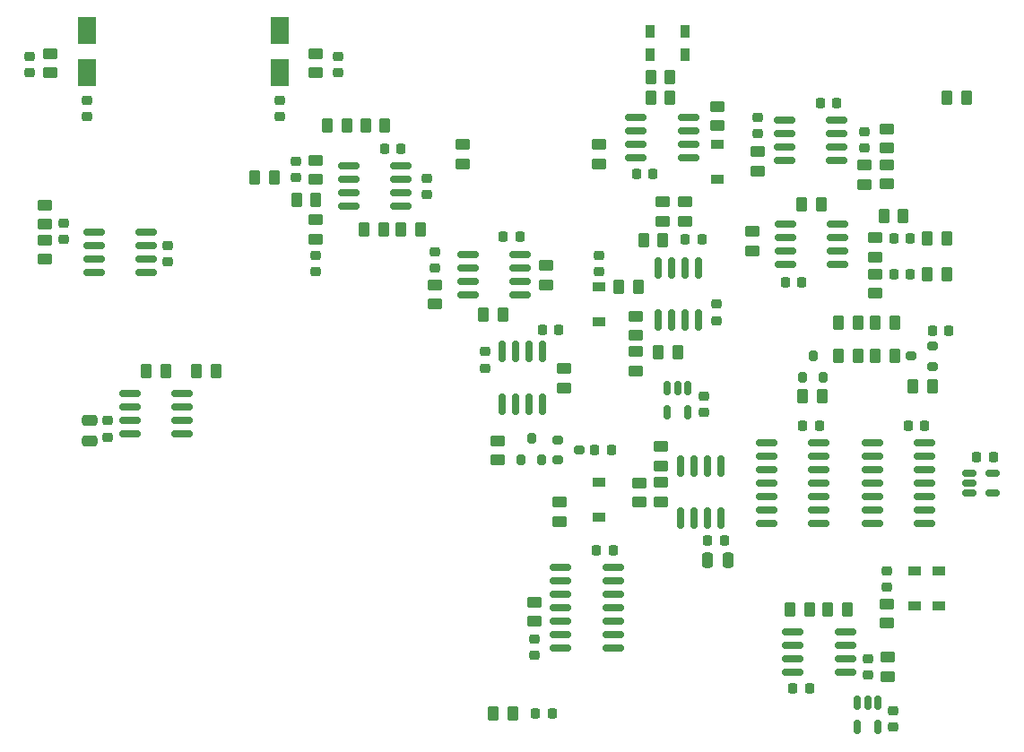
<source format=gtp>
%TF.GenerationSoftware,KiCad,Pcbnew,6.0.8-f2edbf62ab~116~ubuntu20.04.1*%
%TF.CreationDate,2022-10-07T00:48:49-04:00*%
%TF.ProjectId,SSTC_Control_Board,53535443-5f43-46f6-9e74-726f6c5f426f,rev?*%
%TF.SameCoordinates,Original*%
%TF.FileFunction,Paste,Top*%
%TF.FilePolarity,Positive*%
%FSLAX46Y46*%
G04 Gerber Fmt 4.6, Leading zero omitted, Abs format (unit mm)*
G04 Created by KiCad (PCBNEW 6.0.8-f2edbf62ab~116~ubuntu20.04.1) date 2022-10-07 00:48:49*
%MOMM*%
%LPD*%
G01*
G04 APERTURE LIST*
G04 Aperture macros list*
%AMRoundRect*
0 Rectangle with rounded corners*
0 $1 Rounding radius*
0 $2 $3 $4 $5 $6 $7 $8 $9 X,Y pos of 4 corners*
0 Add a 4 corners polygon primitive as box body*
4,1,4,$2,$3,$4,$5,$6,$7,$8,$9,$2,$3,0*
0 Add four circle primitives for the rounded corners*
1,1,$1+$1,$2,$3*
1,1,$1+$1,$4,$5*
1,1,$1+$1,$6,$7*
1,1,$1+$1,$8,$9*
0 Add four rect primitives between the rounded corners*
20,1,$1+$1,$2,$3,$4,$5,0*
20,1,$1+$1,$4,$5,$6,$7,0*
20,1,$1+$1,$6,$7,$8,$9,0*
20,1,$1+$1,$8,$9,$2,$3,0*%
G04 Aperture macros list end*
%ADD10RoundRect,0.250000X0.262500X0.450000X-0.262500X0.450000X-0.262500X-0.450000X0.262500X-0.450000X0*%
%ADD11RoundRect,0.218750X0.218750X0.256250X-0.218750X0.256250X-0.218750X-0.256250X0.218750X-0.256250X0*%
%ADD12R,1.200000X0.900000*%
%ADD13RoundRect,0.150000X-0.825000X-0.150000X0.825000X-0.150000X0.825000X0.150000X-0.825000X0.150000X0*%
%ADD14RoundRect,0.225000X-0.225000X-0.250000X0.225000X-0.250000X0.225000X0.250000X-0.225000X0.250000X0*%
%ADD15RoundRect,0.250000X-0.262500X-0.450000X0.262500X-0.450000X0.262500X0.450000X-0.262500X0.450000X0*%
%ADD16R,0.900000X1.200000*%
%ADD17RoundRect,0.225000X0.250000X-0.225000X0.250000X0.225000X-0.250000X0.225000X-0.250000X-0.225000X0*%
%ADD18RoundRect,0.225000X-0.250000X0.225000X-0.250000X-0.225000X0.250000X-0.225000X0.250000X0.225000X0*%
%ADD19RoundRect,0.150000X0.825000X0.150000X-0.825000X0.150000X-0.825000X-0.150000X0.825000X-0.150000X0*%
%ADD20RoundRect,0.250000X-0.450000X0.262500X-0.450000X-0.262500X0.450000X-0.262500X0.450000X0.262500X0*%
%ADD21RoundRect,0.250000X0.450000X-0.262500X0.450000X0.262500X-0.450000X0.262500X-0.450000X-0.262500X0*%
%ADD22RoundRect,0.250000X0.475000X-0.250000X0.475000X0.250000X-0.475000X0.250000X-0.475000X-0.250000X0*%
%ADD23RoundRect,0.150000X-0.512500X-0.150000X0.512500X-0.150000X0.512500X0.150000X-0.512500X0.150000X0*%
%ADD24RoundRect,0.250000X0.250000X0.475000X-0.250000X0.475000X-0.250000X-0.475000X0.250000X-0.475000X0*%
%ADD25RoundRect,0.225000X0.225000X0.250000X-0.225000X0.250000X-0.225000X-0.250000X0.225000X-0.250000X0*%
%ADD26RoundRect,0.150000X0.150000X-0.825000X0.150000X0.825000X-0.150000X0.825000X-0.150000X-0.825000X0*%
%ADD27RoundRect,0.200000X-0.300000X-0.200000X0.300000X-0.200000X0.300000X0.200000X-0.300000X0.200000X0*%
%ADD28RoundRect,0.150000X-0.150000X0.825000X-0.150000X-0.825000X0.150000X-0.825000X0.150000X0.825000X0*%
%ADD29RoundRect,0.200000X0.200000X-0.300000X0.200000X0.300000X-0.200000X0.300000X-0.200000X-0.300000X0*%
%ADD30RoundRect,0.200000X0.300000X0.200000X-0.300000X0.200000X-0.300000X-0.200000X0.300000X-0.200000X0*%
%ADD31RoundRect,0.150000X-0.150000X0.512500X-0.150000X-0.512500X0.150000X-0.512500X0.150000X0.512500X0*%
%ADD32R,1.800000X2.500000*%
G04 APERTURE END LIST*
D10*
%TO.C,R35*%
X96412500Y-115000000D03*
X94587500Y-115000000D03*
%TD*%
D11*
%TO.C,D5*%
X100137500Y-115000000D03*
X98562500Y-115000000D03*
%TD*%
D12*
%TO.C,D1*%
X136700000Y-101550000D03*
X136700000Y-104850000D03*
%TD*%
D13*
%TO.C,U12*%
X92175000Y-71695000D03*
X92175000Y-72965000D03*
X92175000Y-74235000D03*
X92175000Y-75505000D03*
X97125000Y-75505000D03*
X97125000Y-74235000D03*
X97125000Y-72965000D03*
X97125000Y-71695000D03*
%TD*%
D10*
%TO.C,R6*%
X125637500Y-85050000D03*
X123812500Y-85050000D03*
%TD*%
D14*
%TO.C,C8*%
X122175000Y-74250000D03*
X123725000Y-74250000D03*
%TD*%
%TO.C,C28*%
X84350000Y-61672500D03*
X85900000Y-61672500D03*
%TD*%
D15*
%TO.C,R23*%
X110187500Y-80850000D03*
X112012500Y-80850000D03*
%TD*%
D16*
%TO.C,D8*%
X112737500Y-52800000D03*
X109437500Y-52800000D03*
%TD*%
D17*
%TO.C,C25*%
X56250000Y-58625000D03*
X56250000Y-57075000D03*
%TD*%
D18*
%TO.C,C19*%
X93785000Y-80825000D03*
X93785000Y-82375000D03*
%TD*%
D14*
%TO.C,C10*%
X112725000Y-70250000D03*
X114275000Y-70250000D03*
%TD*%
D17*
%TO.C,C40*%
X132350000Y-116300000D03*
X132350000Y-114750000D03*
%TD*%
D19*
%TO.C,U16*%
X61850000Y-73355000D03*
X61850000Y-72085000D03*
X61850000Y-70815000D03*
X61850000Y-69545000D03*
X56900000Y-69545000D03*
X56900000Y-70815000D03*
X56900000Y-72085000D03*
X56900000Y-73355000D03*
%TD*%
D15*
%TO.C,R53*%
X66600000Y-82700000D03*
X68425000Y-82700000D03*
%TD*%
D14*
%TO.C,C39*%
X114865000Y-98675000D03*
X116415000Y-98675000D03*
%TD*%
D20*
%TO.C,R20*%
X108050000Y-80837500D03*
X108050000Y-82662500D03*
%TD*%
D18*
%TO.C,C31*%
X58200000Y-87350000D03*
X58200000Y-88900000D03*
%TD*%
D15*
%TO.C,R51*%
X78950000Y-59500000D03*
X80775000Y-59500000D03*
%TD*%
D12*
%TO.C,D11*%
X104587500Y-78000000D03*
X104587500Y-74700000D03*
%TD*%
D21*
%TO.C,R33*%
X95050000Y-91050000D03*
X95050000Y-89225000D03*
%TD*%
D20*
%TO.C,R3*%
X131750000Y-104650000D03*
X131750000Y-106475000D03*
%TD*%
D14*
%TO.C,C35*%
X108100000Y-64050000D03*
X109650000Y-64050000D03*
%TD*%
D10*
%TO.C,R49*%
X77862500Y-66500000D03*
X76037500Y-66500000D03*
%TD*%
D14*
%TO.C,C9*%
X136075000Y-78850000D03*
X137625000Y-78850000D03*
%TD*%
D18*
%TO.C,C23*%
X50800000Y-52950000D03*
X50800000Y-54500000D03*
%TD*%
D14*
%TO.C,C18*%
X104175000Y-90100000D03*
X105725000Y-90100000D03*
%TD*%
D10*
%TO.C,R22*%
X137387500Y-70087500D03*
X135562500Y-70087500D03*
%TD*%
D22*
%TO.C,C30*%
X56500000Y-89250000D03*
X56500000Y-87350000D03*
%TD*%
D15*
%TO.C,R24*%
X137437500Y-56850000D03*
X139262500Y-56850000D03*
%TD*%
D19*
%TO.C,U15*%
X65225000Y-88605000D03*
X65225000Y-87335000D03*
X65225000Y-86065000D03*
X65225000Y-84795000D03*
X60275000Y-84795000D03*
X60275000Y-86065000D03*
X60275000Y-87335000D03*
X60275000Y-88605000D03*
%TD*%
D20*
%TO.C,R4*%
X131800000Y-109700000D03*
X131800000Y-111525000D03*
%TD*%
D12*
%TO.C,D10*%
X115750000Y-61200000D03*
X115750000Y-64500000D03*
%TD*%
D20*
%TO.C,R29*%
X131750000Y-63150000D03*
X131750000Y-64975000D03*
%TD*%
%TO.C,R39*%
X89100000Y-74500000D03*
X89100000Y-76325000D03*
%TD*%
D12*
%TO.C,D12*%
X104600000Y-96450000D03*
X104600000Y-93150000D03*
%TD*%
D14*
%TO.C,C20*%
X99225000Y-78800000D03*
X100775000Y-78800000D03*
%TD*%
D23*
%TO.C,U5*%
X139512500Y-92300000D03*
X139512500Y-93250000D03*
X139512500Y-94200000D03*
X141787500Y-94200000D03*
X141787500Y-92300000D03*
%TD*%
D17*
%TO.C,C14*%
X119550000Y-60225000D03*
X119550000Y-58675000D03*
%TD*%
D13*
%TO.C,U10*%
X100975000Y-101240000D03*
X100975000Y-102510000D03*
X100975000Y-103780000D03*
X100975000Y-105050000D03*
X100975000Y-106320000D03*
X100975000Y-107590000D03*
X100975000Y-108860000D03*
X105925000Y-108860000D03*
X105925000Y-107590000D03*
X105925000Y-106320000D03*
X105925000Y-105050000D03*
X105925000Y-103780000D03*
X105925000Y-102510000D03*
X105925000Y-101240000D03*
%TD*%
D24*
%TO.C,C38*%
X116765000Y-100525000D03*
X114865000Y-100525000D03*
%TD*%
D14*
%TO.C,C13*%
X132450000Y-70087500D03*
X134000000Y-70087500D03*
%TD*%
D25*
%TO.C,C11*%
X127050000Y-57350000D03*
X125500000Y-57350000D03*
%TD*%
D21*
%TO.C,R42*%
X52750000Y-54500000D03*
X52750000Y-52675000D03*
%TD*%
D10*
%TO.C,R11*%
X111300000Y-56800000D03*
X109475000Y-56800000D03*
%TD*%
D20*
%TO.C,R43*%
X77850000Y-52675000D03*
X77850000Y-54500000D03*
%TD*%
D26*
%TO.C,U11*%
X95395000Y-85775000D03*
X96665000Y-85775000D03*
X97935000Y-85775000D03*
X99205000Y-85775000D03*
X99205000Y-80825000D03*
X97935000Y-80825000D03*
X96665000Y-80825000D03*
X95395000Y-80825000D03*
%TD*%
D15*
%TO.C,R5*%
X134250000Y-84100000D03*
X136075000Y-84100000D03*
%TD*%
D21*
%TO.C,R60*%
X110415000Y-91625000D03*
X110415000Y-89800000D03*
%TD*%
D17*
%TO.C,C7*%
X115700000Y-77900000D03*
X115700000Y-76350000D03*
%TD*%
D19*
%TO.C,U7*%
X127100000Y-72605000D03*
X127100000Y-71335000D03*
X127100000Y-70065000D03*
X127100000Y-68795000D03*
X122150000Y-68795000D03*
X122150000Y-70065000D03*
X122150000Y-71335000D03*
X122150000Y-72605000D03*
%TD*%
D18*
%TO.C,C3*%
X129950000Y-109837500D03*
X129950000Y-111387500D03*
%TD*%
D21*
%TO.C,R32*%
X98450000Y-106300000D03*
X98450000Y-104475000D03*
%TD*%
D15*
%TO.C,R46*%
X85900000Y-69250000D03*
X87725000Y-69250000D03*
%TD*%
D21*
%TO.C,R50*%
X77800000Y-64550000D03*
X77800000Y-62725000D03*
%TD*%
D27*
%TO.C,Q5*%
X100700000Y-89150000D03*
X100700000Y-91050000D03*
X102700000Y-90100000D03*
%TD*%
D25*
%TO.C,C5*%
X135325000Y-87800000D03*
X133775000Y-87800000D03*
%TD*%
%TO.C,C22*%
X97100000Y-70000000D03*
X95550000Y-70000000D03*
%TD*%
D10*
%TO.C,R18*%
X137387500Y-73487500D03*
X135562500Y-73487500D03*
%TD*%
D17*
%TO.C,C15*%
X129600000Y-61600000D03*
X129600000Y-60050000D03*
%TD*%
D28*
%TO.C,U18*%
X116120000Y-91600000D03*
X114850000Y-91600000D03*
X113580000Y-91600000D03*
X112310000Y-91600000D03*
X112310000Y-96550000D03*
X113580000Y-96550000D03*
X114850000Y-96550000D03*
X116120000Y-96550000D03*
%TD*%
D15*
%TO.C,R1*%
X122637500Y-105162500D03*
X124462500Y-105162500D03*
%TD*%
D17*
%TO.C,C34*%
X77850000Y-73275000D03*
X77850000Y-71725000D03*
%TD*%
D12*
%TO.C,D2*%
X134350000Y-104850000D03*
X134350000Y-101550000D03*
%TD*%
D21*
%TO.C,R37*%
X91700000Y-63100000D03*
X91700000Y-61275000D03*
%TD*%
D15*
%TO.C,R9*%
X130662500Y-81250000D03*
X132487500Y-81250000D03*
%TD*%
%TO.C,R13*%
X108775000Y-70300000D03*
X110600000Y-70300000D03*
%TD*%
D21*
%TO.C,R58*%
X115750000Y-59500000D03*
X115750000Y-57675000D03*
%TD*%
%TO.C,R56*%
X52250000Y-68800000D03*
X52250000Y-66975000D03*
%TD*%
D19*
%TO.C,U1*%
X127850000Y-111102500D03*
X127850000Y-109832500D03*
X127850000Y-108562500D03*
X127850000Y-107292500D03*
X122900000Y-107292500D03*
X122900000Y-108562500D03*
X122900000Y-109832500D03*
X122900000Y-111102500D03*
%TD*%
D15*
%TO.C,R12*%
X106475000Y-74700000D03*
X108300000Y-74700000D03*
%TD*%
D29*
%TO.C,Q2*%
X123825000Y-83250000D03*
X125725000Y-83250000D03*
X124775000Y-81250000D03*
%TD*%
D20*
%TO.C,R21*%
X130675000Y-70075000D03*
X130675000Y-71900000D03*
%TD*%
D15*
%TO.C,R47*%
X82425000Y-69250000D03*
X84250000Y-69250000D03*
%TD*%
D25*
%TO.C,C2*%
X124450000Y-112650000D03*
X122900000Y-112650000D03*
%TD*%
D20*
%TO.C,R17*%
X130675000Y-73475000D03*
X130675000Y-75300000D03*
%TD*%
D18*
%TO.C,C29*%
X88300000Y-64425000D03*
X88300000Y-65975000D03*
%TD*%
%TO.C,C37*%
X114500000Y-85000000D03*
X114500000Y-86550000D03*
%TD*%
D13*
%TO.C,U3*%
X120400000Y-89440000D03*
X120400000Y-90710000D03*
X120400000Y-91980000D03*
X120400000Y-93250000D03*
X120400000Y-94520000D03*
X120400000Y-95790000D03*
X120400000Y-97060000D03*
X125350000Y-97060000D03*
X125350000Y-95790000D03*
X125350000Y-94520000D03*
X125350000Y-93250000D03*
X125350000Y-91980000D03*
X125350000Y-90710000D03*
X125350000Y-89440000D03*
%TD*%
D18*
%TO.C,C17*%
X98450000Y-107987500D03*
X98450000Y-109537500D03*
%TD*%
%TO.C,C1*%
X131750000Y-101550000D03*
X131750000Y-103100000D03*
%TD*%
D20*
%TO.C,R57*%
X100850000Y-95032500D03*
X100850000Y-96857500D03*
%TD*%
D10*
%TO.C,R52*%
X84375000Y-59500000D03*
X82550000Y-59500000D03*
%TD*%
D30*
%TO.C,Q1*%
X136075000Y-82200000D03*
X136075000Y-80300000D03*
X134075000Y-81250000D03*
%TD*%
D13*
%TO.C,U13*%
X80950000Y-63267500D03*
X80950000Y-64537500D03*
X80950000Y-65807500D03*
X80950000Y-67077500D03*
X85900000Y-67077500D03*
X85900000Y-65807500D03*
X85900000Y-64537500D03*
X85900000Y-63267500D03*
%TD*%
D10*
%TO.C,R54*%
X63675000Y-82700000D03*
X61850000Y-82700000D03*
%TD*%
D18*
%TO.C,C24*%
X79900000Y-52950000D03*
X79900000Y-54500000D03*
%TD*%
D20*
%TO.C,R31*%
X131750000Y-59775000D03*
X131750000Y-61600000D03*
%TD*%
D21*
%TO.C,R8*%
X110600000Y-68500000D03*
X110600000Y-66675000D03*
%TD*%
D15*
%TO.C,R15*%
X127200000Y-78100000D03*
X129025000Y-78100000D03*
%TD*%
D14*
%TO.C,C12*%
X132425000Y-73487500D03*
X133975000Y-73487500D03*
%TD*%
D13*
%TO.C,U8*%
X122075000Y-58945000D03*
X122075000Y-60215000D03*
X122075000Y-61485000D03*
X122075000Y-62755000D03*
X127025000Y-62755000D03*
X127025000Y-61485000D03*
X127025000Y-60215000D03*
X127025000Y-58945000D03*
%TD*%
D15*
%TO.C,R16*%
X109475000Y-54900000D03*
X111300000Y-54900000D03*
%TD*%
%TO.C,R2*%
X126187500Y-105162500D03*
X128012500Y-105162500D03*
%TD*%
D21*
%TO.C,R36*%
X101300000Y-84262500D03*
X101300000Y-82437500D03*
%TD*%
D29*
%TO.C,Q4*%
X97250000Y-91050000D03*
X99150000Y-91050000D03*
X98200000Y-89050000D03*
%TD*%
D31*
%TO.C,U17*%
X112950000Y-84262500D03*
X112000000Y-84262500D03*
X111050000Y-84262500D03*
X111050000Y-86537500D03*
X112950000Y-86537500D03*
%TD*%
D19*
%TO.C,U14*%
X113025000Y-62505000D03*
X113025000Y-61235000D03*
X113025000Y-59965000D03*
X113025000Y-58695000D03*
X108075000Y-58695000D03*
X108075000Y-59965000D03*
X108075000Y-61235000D03*
X108075000Y-62505000D03*
%TD*%
D32*
%TO.C,D4*%
X56250000Y-50500000D03*
X56250000Y-54500000D03*
%TD*%
D17*
%TO.C,C26*%
X74450000Y-58625000D03*
X74450000Y-57075000D03*
%TD*%
D20*
%TO.C,R38*%
X104600000Y-61237500D03*
X104600000Y-63062500D03*
%TD*%
D25*
%TO.C,C6*%
X141800000Y-90750000D03*
X140250000Y-90750000D03*
%TD*%
D20*
%TO.C,R27*%
X119550000Y-61937500D03*
X119550000Y-63762500D03*
%TD*%
D10*
%TO.C,R40*%
X95512500Y-77300000D03*
X93687500Y-77300000D03*
%TD*%
D20*
%TO.C,R41*%
X99600000Y-72687500D03*
X99600000Y-74512500D03*
%TD*%
D28*
%TO.C,U6*%
X114005000Y-72925000D03*
X112735000Y-72925000D03*
X111465000Y-72925000D03*
X110195000Y-72925000D03*
X110195000Y-77875000D03*
X111465000Y-77875000D03*
X112735000Y-77875000D03*
X114005000Y-77875000D03*
%TD*%
D18*
%TO.C,C36*%
X104587500Y-71700000D03*
X104587500Y-73250000D03*
%TD*%
D21*
%TO.C,R59*%
X108415000Y-95050000D03*
X108415000Y-93225000D03*
%TD*%
D17*
%TO.C,C33*%
X54050000Y-70250000D03*
X54050000Y-68700000D03*
%TD*%
D10*
%TO.C,R25*%
X133300000Y-68000000D03*
X131475000Y-68000000D03*
%TD*%
D21*
%TO.C,R34*%
X77850000Y-70200000D03*
X77850000Y-68375000D03*
%TD*%
D18*
%TO.C,C27*%
X75950000Y-62850000D03*
X75950000Y-64400000D03*
%TD*%
D25*
%TO.C,C16*%
X105900000Y-99600000D03*
X104350000Y-99600000D03*
%TD*%
D16*
%TO.C,D9*%
X109437500Y-50550000D03*
X112737500Y-50550000D03*
%TD*%
D18*
%TO.C,C32*%
X63875000Y-70800000D03*
X63875000Y-72350000D03*
%TD*%
D21*
%TO.C,R28*%
X119075000Y-71312500D03*
X119075000Y-69487500D03*
%TD*%
D31*
%TO.C,U2*%
X130900000Y-114012500D03*
X129950000Y-114012500D03*
X129000000Y-114012500D03*
X129000000Y-116287500D03*
X130900000Y-116287500D03*
%TD*%
D17*
%TO.C,C21*%
X89100000Y-72950000D03*
X89100000Y-71400000D03*
%TD*%
D13*
%TO.C,U4*%
X130400000Y-89440000D03*
X130400000Y-90710000D03*
X130400000Y-91980000D03*
X130400000Y-93250000D03*
X130400000Y-94520000D03*
X130400000Y-95790000D03*
X130400000Y-97060000D03*
X135350000Y-97060000D03*
X135350000Y-95790000D03*
X135350000Y-94520000D03*
X135350000Y-93250000D03*
X135350000Y-91980000D03*
X135350000Y-90710000D03*
X135350000Y-89440000D03*
%TD*%
D20*
%TO.C,R7*%
X112700000Y-66700000D03*
X112700000Y-68525000D03*
%TD*%
D21*
%TO.C,R55*%
X52250000Y-72100000D03*
X52250000Y-70275000D03*
%TD*%
D20*
%TO.C,R19*%
X108050000Y-77462500D03*
X108050000Y-79287500D03*
%TD*%
D15*
%TO.C,R26*%
X123712500Y-66900000D03*
X125537500Y-66900000D03*
%TD*%
%TO.C,R10*%
X127212500Y-81250000D03*
X129037500Y-81250000D03*
%TD*%
D25*
%TO.C,C4*%
X125375000Y-87850000D03*
X123825000Y-87850000D03*
%TD*%
D20*
%TO.C,R61*%
X110415000Y-93200000D03*
X110415000Y-95025000D03*
%TD*%
D15*
%TO.C,R14*%
X130662500Y-78100000D03*
X132487500Y-78100000D03*
%TD*%
D32*
%TO.C,D3*%
X74450000Y-50500000D03*
X74450000Y-54500000D03*
%TD*%
D20*
%TO.C,R30*%
X129600000Y-63200000D03*
X129600000Y-65025000D03*
%TD*%
D15*
%TO.C,R48*%
X72087500Y-64400000D03*
X73912500Y-64400000D03*
%TD*%
M02*

</source>
